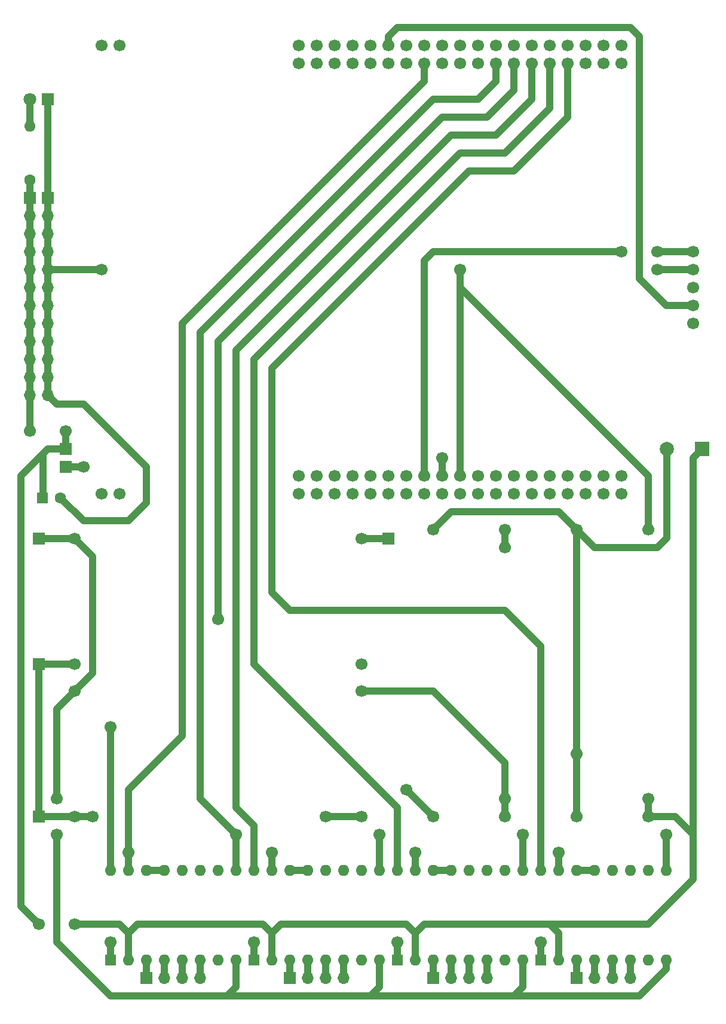
<source format=gbr>
%TF.GenerationSoftware,KiCad,Pcbnew,7.0.10*%
%TF.CreationDate,2024-04-17T19:16:43-04:00*%
%TF.ProjectId,ping_pong,70696e67-5f70-46f6-9e67-2e6b69636164,rev?*%
%TF.SameCoordinates,Original*%
%TF.FileFunction,Copper,L2,Bot*%
%TF.FilePolarity,Positive*%
%FSLAX46Y46*%
G04 Gerber Fmt 4.6, Leading zero omitted, Abs format (unit mm)*
G04 Created by KiCad (PCBNEW 7.0.10) date 2024-04-17 19:16:43*
%MOMM*%
%LPD*%
G01*
G04 APERTURE LIST*
%TA.AperFunction,ComponentPad*%
%ADD10C,1.700000*%
%TD*%
%TA.AperFunction,ComponentPad*%
%ADD11R,1.600000X1.600000*%
%TD*%
%TA.AperFunction,ComponentPad*%
%ADD12O,1.600000X1.600000*%
%TD*%
%TA.AperFunction,ComponentPad*%
%ADD13R,1.700000X1.700000*%
%TD*%
%TA.AperFunction,ComponentPad*%
%ADD14R,1.800000X1.800000*%
%TD*%
%TA.AperFunction,ComponentPad*%
%ADD15C,1.800000*%
%TD*%
%TA.AperFunction,ComponentPad*%
%ADD16O,1.700000X1.700000*%
%TD*%
%TA.AperFunction,ComponentPad*%
%ADD17C,1.600000*%
%TD*%
%TA.AperFunction,ComponentPad*%
%ADD18R,2.000000X2.000000*%
%TD*%
%TA.AperFunction,ComponentPad*%
%ADD19C,2.000000*%
%TD*%
%TA.AperFunction,ViaPad*%
%ADD20C,1.700000*%
%TD*%
%TA.AperFunction,Conductor*%
%ADD21C,1.000000*%
%TD*%
G04 APERTURE END LIST*
D10*
%TO.P,U101,1,IN+*%
%TO.N,12V*%
X8890000Y-74930000D03*
%TO.P,U101,2,IN-*%
%TO.N,GND*%
X8890000Y-92710000D03*
%TO.P,U101,3,OUT+*%
%TO.N,6V*%
X49530000Y-74930000D03*
%TO.P,U101,4,OUT-*%
%TO.N,unconnected-(U101-OUT--Pad4)*%
X49530000Y-92710000D03*
%TD*%
D11*
%TO.P,A102,1,GND*%
%TO.N,12V_GND*%
X34290000Y-134620000D03*
D12*
%TO.P,A102,2,VDD*%
%TO.N,5V*%
X36830000Y-134620000D03*
%TO.P,A102,3,1B*%
%TO.N,Net-(A102-1B)*%
X39370000Y-134620000D03*
%TO.P,A102,4,1A*%
%TO.N,Net-(A102-1A)*%
X41910000Y-134620000D03*
%TO.P,A102,5,2A*%
%TO.N,Net-(A102-2A)*%
X44450000Y-134620000D03*
%TO.P,A102,6,2B*%
%TO.N,Net-(A102-2B)*%
X46990000Y-134620000D03*
%TO.P,A102,7,GND*%
%TO.N,unconnected-(A102-GND-Pad7)*%
X49530000Y-134620000D03*
%TO.P,A102,8,VMOT*%
%TO.N,12V*%
X52070000Y-134620000D03*
%TO.P,A102,9,~{ENABLE}*%
%TO.N,ENABLE*%
X52070000Y-121920000D03*
%TO.P,A102,10,MS1*%
%TO.N,unconnected-(A102-MS1-Pad10)*%
X49530000Y-121920000D03*
%TO.P,A102,11,MS2*%
%TO.N,unconnected-(A102-MS2-Pad11)*%
X46990000Y-121920000D03*
%TO.P,A102,12,MS3*%
%TO.N,unconnected-(A102-MS3-Pad12)*%
X44450000Y-121920000D03*
%TO.P,A102,13,~{RESET}*%
%TO.N,Net-(A102-~{RESET})*%
X41910000Y-121920000D03*
%TO.P,A102,14,~{SLEEP}*%
X39370000Y-121920000D03*
%TO.P,A102,15,STEP*%
%TO.N,STEP*%
X36830000Y-121920000D03*
%TO.P,A102,16,DIR*%
%TO.N,DIR2*%
X34290000Y-121920000D03*
%TD*%
D11*
%TO.P,A103,1,GND*%
%TO.N,12V_GND*%
X54610000Y-134620000D03*
D12*
%TO.P,A103,2,VDD*%
%TO.N,5V*%
X57150000Y-134620000D03*
%TO.P,A103,3,1B*%
%TO.N,Net-(A103-1B)*%
X59690000Y-134620000D03*
%TO.P,A103,4,1A*%
%TO.N,Net-(A103-1A)*%
X62230000Y-134620000D03*
%TO.P,A103,5,2A*%
%TO.N,Net-(A103-2A)*%
X64770000Y-134620000D03*
%TO.P,A103,6,2B*%
%TO.N,Net-(A103-2B)*%
X67310000Y-134620000D03*
%TO.P,A103,7,GND*%
%TO.N,unconnected-(A103-GND-Pad7)*%
X69850000Y-134620000D03*
%TO.P,A103,8,VMOT*%
%TO.N,12V*%
X72390000Y-134620000D03*
%TO.P,A103,9,~{ENABLE}*%
%TO.N,ENABLE*%
X72390000Y-121920000D03*
%TO.P,A103,10,MS1*%
%TO.N,unconnected-(A103-MS1-Pad10)*%
X69850000Y-121920000D03*
%TO.P,A103,11,MS2*%
%TO.N,unconnected-(A103-MS2-Pad11)*%
X67310000Y-121920000D03*
%TO.P,A103,12,MS3*%
%TO.N,unconnected-(A103-MS3-Pad12)*%
X64770000Y-121920000D03*
%TO.P,A103,13,~{RESET}*%
%TO.N,Net-(A103-~{RESET})*%
X62230000Y-121920000D03*
%TO.P,A103,14,~{SLEEP}*%
X59690000Y-121920000D03*
%TO.P,A103,15,STEP*%
%TO.N,STEP*%
X57150000Y-121920000D03*
%TO.P,A103,16,DIR*%
%TO.N,DIR3*%
X54610000Y-121920000D03*
%TD*%
D13*
%TO.P,J106,1,Pin_1*%
%TO.N,5V*%
X7620000Y-62230000D03*
%TD*%
D14*
%TO.P,D101,1,K*%
%TO.N,5V_GND*%
X5080000Y-12700000D03*
D15*
%TO.P,D101,2,A*%
%TO.N,Net-(D101-A)*%
X2540000Y-12700000D03*
%TD*%
D10*
%TO.P,U102,1,5V+*%
%TO.N,5V*%
X69850000Y-114300000D03*
%TO.P,U102,2,5V-*%
%TO.N,GND*%
X59690000Y-114300000D03*
%TO.P,U102,3,Am+*%
%TO.N,12V_GND*%
X69850000Y-73660000D03*
%TO.P,U102,4,Am-*%
%TO.N,GND*%
X59690000Y-73660000D03*
%TD*%
D13*
%TO.P,J115,1,Pin_1*%
%TO.N,Net-(A103-1B)*%
X59690000Y-137170000D03*
D16*
%TO.P,J115,2,Pin_2*%
%TO.N,Net-(A103-1A)*%
X62230000Y-137170000D03*
%TO.P,J115,3,Pin_3*%
%TO.N,Net-(A103-2A)*%
X64770000Y-137170000D03*
%TO.P,J115,4,Pin_4*%
%TO.N,Net-(A103-2B)*%
X67310000Y-137170000D03*
%TD*%
D17*
%TO.P,R101,1*%
%TO.N,5V*%
X2540000Y-24130000D03*
D12*
%TO.P,R101,2*%
%TO.N,Net-(D101-A)*%
X2540000Y-16510000D03*
%TD*%
D11*
%TO.P,A101,1,GND*%
%TO.N,12V_GND*%
X13970000Y-134620000D03*
D12*
%TO.P,A101,2,VDD*%
%TO.N,5V*%
X16510000Y-134620000D03*
%TO.P,A101,3,1B*%
%TO.N,Net-(A101-1B)*%
X19050000Y-134620000D03*
%TO.P,A101,4,1A*%
%TO.N,Net-(A101-1A)*%
X21590000Y-134620000D03*
%TO.P,A101,5,2A*%
%TO.N,Net-(A101-2A)*%
X24130000Y-134620000D03*
%TO.P,A101,6,2B*%
%TO.N,Net-(A101-2B)*%
X26670000Y-134620000D03*
%TO.P,A101,7,GND*%
%TO.N,unconnected-(A101-GND-Pad7)*%
X29210000Y-134620000D03*
%TO.P,A101,8,VMOT*%
%TO.N,12V*%
X31750000Y-134620000D03*
%TO.P,A101,9,~{ENABLE}*%
%TO.N,ENABLE*%
X31750000Y-121920000D03*
%TO.P,A101,10,MS1*%
%TO.N,unconnected-(A101-MS1-Pad10)*%
X29210000Y-121920000D03*
%TO.P,A101,11,MS2*%
%TO.N,unconnected-(A101-MS2-Pad11)*%
X26670000Y-121920000D03*
%TO.P,A101,12,MS3*%
%TO.N,unconnected-(A101-MS3-Pad12)*%
X24130000Y-121920000D03*
%TO.P,A101,13,~{RESET}*%
%TO.N,Net-(A101-~{RESET})*%
X21590000Y-121920000D03*
%TO.P,A101,14,~{SLEEP}*%
X19050000Y-121920000D03*
%TO.P,A101,15,STEP*%
%TO.N,STEP*%
X16510000Y-121920000D03*
%TO.P,A101,16,DIR*%
%TO.N,DIR1*%
X13970000Y-121920000D03*
%TD*%
D10*
%TO.P,U106,1,IN+*%
%TO.N,12V*%
X8890000Y-96520000D03*
%TO.P,U106,2,IN-*%
%TO.N,GND*%
X8890000Y-114300000D03*
%TO.P,U106,3,OUT+*%
%TO.N,5V*%
X49530000Y-96520000D03*
%TO.P,U106,4,OUT-*%
%TO.N,GND*%
X49530000Y-114300000D03*
%TD*%
D13*
%TO.P,J119,1,Pin_1*%
%TO.N,Net-(A104-1B)*%
X80010000Y-137170000D03*
D16*
%TO.P,J119,2,Pin_2*%
%TO.N,Net-(A104-1A)*%
X82550000Y-137170000D03*
%TO.P,J119,3,Pin_3*%
%TO.N,Net-(A104-2A)*%
X85090000Y-137170000D03*
%TO.P,J119,4,Pin_4*%
%TO.N,Net-(A104-2B)*%
X87630000Y-137170000D03*
%TD*%
D13*
%TO.P,J101,1,Pin_1*%
%TO.N,Net-(J101-Pin_1)*%
X7620000Y-64770000D03*
%TD*%
D10*
%TO.P,U107,1,PC_10*%
%TO.N,unconnected-(U107-PC_10-Pad1)*%
X40640000Y-68580000D03*
%TO.P,U107,2,PC_12*%
%TO.N,unconnected-(U107-PC_12-Pad2)*%
X43180000Y-68580000D03*
%TO.P,U107,3,VDD*%
%TO.N,unconnected-(U107-VDD-Pad3)*%
X45720000Y-68580000D03*
%TO.P,U107,4,BOOT0*%
%TO.N,unconnected-(U107-BOOT0-Pad4)*%
X48260000Y-68580000D03*
%TO.P,U107,5,NC*%
%TO.N,unconnected-(U107-NC-Pad5)*%
X50800000Y-68580000D03*
%TO.P,U107,6,NC*%
%TO.N,unconnected-(U107-NC-Pad6)*%
X53340000Y-68580000D03*
%TO.P,U107,7,PA_13*%
%TO.N,unconnected-(U107-PA_13-Pad7)*%
X55880000Y-68580000D03*
%TO.P,U107,8,PA_14*%
%TO.N,unconnected-(U107-PA_14-Pad8)*%
X58420000Y-68580000D03*
%TO.P,U107,9,PA_15*%
%TO.N,unconnected-(U107-PA_15-Pad9)*%
X60960000Y-68580000D03*
%TO.P,U107,10,GND*%
%TO.N,unconnected-(U107-GND-Pad10)*%
X63500000Y-68580000D03*
%TO.P,U107,11,PB_7*%
%TO.N,unconnected-(U107-PB_7-Pad11)*%
X66040000Y-68580000D03*
%TO.P,U107,12,PC_13*%
%TO.N,unconnected-(U107-PC_13-Pad12)*%
X68580000Y-68580000D03*
%TO.P,U107,13,PC_14*%
%TO.N,unconnected-(U107-PC_14-Pad13)*%
X71120000Y-68580000D03*
%TO.P,U107,14,PC_15*%
%TO.N,unconnected-(U107-PC_15-Pad14)*%
X73660000Y-68580000D03*
%TO.P,U107,15,PH_0*%
%TO.N,unconnected-(U107-PH_0-Pad15)*%
X76200000Y-68580000D03*
%TO.P,U107,16,PH_1*%
%TO.N,unconnected-(U107-PH_1-Pad16)*%
X78740000Y-68580000D03*
%TO.P,U107,17,VBAT*%
%TO.N,unconnected-(U107-VBAT-Pad17)*%
X81280000Y-68580000D03*
%TO.P,U107,18,PC_2*%
%TO.N,unconnected-(U107-PC_2-Pad18)*%
X83820000Y-68580000D03*
%TO.P,U107,19,PC_3*%
%TO.N,unconnected-(U107-PC_3-Pad19)*%
X86360000Y-68580000D03*
%TO.P,U107,20,PC_11*%
%TO.N,unconnected-(U107-PC_11-Pad20)*%
X40640000Y-66040000D03*
%TO.P,U107,21,PD_2*%
%TO.N,unconnected-(U107-PD_2-Pad21)*%
X43180000Y-66040000D03*
%TO.P,U107,22,E5V*%
%TO.N,unconnected-(U107-E5V-Pad22)*%
X45720000Y-66040000D03*
%TO.P,U107,23,GND*%
%TO.N,unconnected-(U107-GND-Pad23)*%
X48260000Y-66040000D03*
%TO.P,U107,24,NC*%
%TO.N,unconnected-(U107-NC-Pad24)*%
X50800000Y-66040000D03*
%TO.P,U107,25,IOREF*%
%TO.N,unconnected-(U107-IOREF-Pad25)*%
X53340000Y-66040000D03*
%TO.P,U107,26,RESET*%
%TO.N,unconnected-(U107-RESET-Pad26)*%
X55880000Y-66040000D03*
%TO.P,U107,27,3V3*%
%TO.N,3V3*%
X58420000Y-66040000D03*
%TO.P,U107,28,5V*%
%TO.N,Net-(J101-Pin_1)*%
X60960000Y-66040000D03*
%TO.P,U107,29,GND*%
%TO.N,5V_GND*%
X63500000Y-66040000D03*
%TO.P,U107,30,GND*%
%TO.N,unconnected-(U107-GND-Pad30)*%
X66040000Y-66040000D03*
%TO.P,U107,31,VIN*%
%TO.N,unconnected-(U107-VIN-Pad31)*%
X68580000Y-66040000D03*
%TO.P,U107,32,NC*%
%TO.N,unconnected-(U107-NC-Pad32)*%
X71120000Y-66040000D03*
%TO.P,U107,33,PA_0(A0)*%
%TO.N,unconnected-(U107-PA_0(A0)-Pad33)*%
X73660000Y-66040000D03*
%TO.P,U107,34,PA_1(A1)*%
%TO.N,unconnected-(U107-PA_1(A1)-Pad34)*%
X76200000Y-66040000D03*
%TO.P,U107,35,PA_4(A2)*%
%TO.N,unconnected-(U107-PA_4(A2)-Pad35)*%
X78740000Y-66040000D03*
%TO.P,U107,36,PB_0(A3)*%
%TO.N,unconnected-(U107-PB_0(A3)-Pad36)*%
X81280000Y-66040000D03*
%TO.P,U107,37,PC_1(A4)*%
%TO.N,unconnected-(U107-PC_1(A4)-Pad37)*%
X83820000Y-66040000D03*
%TO.P,U107,38,PC_0(A6)*%
%TO.N,unconnected-(U107-PC_0(A6)-Pad38)*%
X86360000Y-66040000D03*
%TO.P,U107,39,PC_8*%
%TO.N,unconnected-(U107-PC_8-Pad39)*%
X40640000Y-5080000D03*
%TO.P,U107,40,PC_6*%
%TO.N,unconnected-(U107-PC_6-Pad40)*%
X43180000Y-5080000D03*
%TO.P,U107,41,PC5*%
%TO.N,unconnected-(U107-PC5-Pad41)*%
X45720000Y-5080000D03*
%TO.P,U107,42,U5V*%
%TO.N,unconnected-(U107-U5V-Pad42)*%
X48260000Y-5080000D03*
%TO.P,U107,43,NC*%
%TO.N,unconnected-(U107-NC-Pad43)*%
X50800000Y-5080000D03*
%TO.P,U107,44,PA_12*%
%TO.N,RX*%
X53340000Y-5080000D03*
%TO.P,U107,45,PA_11*%
%TO.N,unconnected-(U107-PA_11-Pad45)*%
X55880000Y-5080000D03*
%TO.P,U107,46,PB_12*%
%TO.N,unconnected-(U107-PB_12-Pad46)*%
X58420000Y-5080000D03*
%TO.P,U107,47,NC*%
%TO.N,unconnected-(U107-NC-Pad47)*%
X60960000Y-5080000D03*
%TO.P,U107,48,GND*%
%TO.N,unconnected-(U107-GND-Pad48)*%
X63500000Y-5080000D03*
%TO.P,U107,49,PB_2*%
%TO.N,unconnected-(U107-PB_2-Pad49)*%
X66040000Y-5080000D03*
%TO.P,U107,50,PB_1*%
%TO.N,unconnected-(U107-PB_1-Pad50)*%
X68580000Y-5080000D03*
%TO.P,U107,51,PB_15*%
%TO.N,unconnected-(U107-PB_15-Pad51)*%
X71120000Y-5080000D03*
%TO.P,U107,52,PB_14*%
%TO.N,unconnected-(U107-PB_14-Pad52)*%
X73660000Y-5080000D03*
%TO.P,U107,53,PB_13*%
%TO.N,unconnected-(U107-PB_13-Pad53)*%
X76200000Y-5080000D03*
%TO.P,U107,54,AGND*%
%TO.N,unconnected-(U107-AGND-Pad54)*%
X78740000Y-5080000D03*
%TO.P,U107,55,PC_4*%
%TO.N,unconnected-(U107-PC_4-Pad55)*%
X81280000Y-5080000D03*
%TO.P,U107,56,NC*%
%TO.N,unconnected-(U107-NC-Pad56)*%
X83820000Y-5080000D03*
%TO.P,U107,57,NC*%
%TO.N,unconnected-(U107-NC-Pad57)*%
X86360000Y-5080000D03*
%TO.P,U107,58,PC_9*%
%TO.N,unconnected-(U107-PC_9-Pad58)*%
X40640000Y-7620000D03*
%TO.P,U107,59,PB_8(D15)*%
%TO.N,unconnected-(U107-PB_8(D15)-Pad59)*%
X43180000Y-7620000D03*
%TO.P,U107,60,PB_9(D14)*%
%TO.N,unconnected-(U107-PB_9(D14)-Pad60)*%
X45720000Y-7620000D03*
%TO.P,U107,61,AVDD*%
%TO.N,unconnected-(U107-AVDD-Pad61)*%
X48260000Y-7620000D03*
%TO.P,U107,62,GND*%
%TO.N,unconnected-(U107-GND-Pad62)*%
X50800000Y-7620000D03*
%TO.P,U107,63,PA_5(D13)*%
%TO.N,unconnected-(U107-PA_5(D13)-Pad63)*%
X53340000Y-7620000D03*
%TO.P,U107,64,PA_6(D12)*%
%TO.N,unconnected-(U107-PA_6(D12)-Pad64)*%
X55880000Y-7620000D03*
%TO.P,U107,65,PA_7(D11)*%
%TO.N,STEP*%
X58420000Y-7620000D03*
%TO.P,U107,66,PB_6(D10)*%
%TO.N,unconnected-(U107-PB_6(D10)-Pad66)*%
X60960000Y-7620000D03*
%TO.P,U107,67,PC_7(D9)*%
%TO.N,unconnected-(U107-PC_7(D9)-Pad67)*%
X63500000Y-7620000D03*
%TO.P,U107,68,PA_9(D8)*%
%TO.N,unconnected-(U107-PA_9(D8)-Pad68)*%
X66040000Y-7620000D03*
%TO.P,U107,69,PA_8(D7)*%
%TO.N,ENABLE*%
X68580000Y-7620000D03*
%TO.P,U107,70,PB_10(D6)*%
%TO.N,DIR1*%
X71120000Y-7620000D03*
%TO.P,U107,71,PB_4(D5)*%
%TO.N,DIR2*%
X73660000Y-7620000D03*
%TO.P,U107,72,PB_5(D4)*%
%TO.N,DIR3*%
X76200000Y-7620000D03*
%TO.P,U107,73,PB_3(D3)*%
%TO.N,DIR4*%
X78740000Y-7620000D03*
%TO.P,U107,74,PA_10(D2)*%
%TO.N,unconnected-(U107-PA_10(D2)-Pad74)*%
X81280000Y-7620000D03*
%TO.P,U107,75,PA_2(D1)*%
%TO.N,unconnected-(U107-PA_2(D1)-Pad75)*%
X83820000Y-7620000D03*
%TO.P,U107,76,PA_3(D0)*%
%TO.N,unconnected-(U107-PA_3(D0)-Pad76)*%
X86360000Y-7620000D03*
%TO.P,U107,77,NC*%
%TO.N,unconnected-(U107-NC-Pad77)*%
X15240000Y-68580000D03*
%TO.P,U107,78,NC*%
%TO.N,unconnected-(U107-NC-Pad78)*%
X12700000Y-68580000D03*
%TO.P,U107,79,NC*%
%TO.N,unconnected-(U107-NC-Pad79)*%
X15240000Y-5080000D03*
%TO.P,U107,80,NC*%
%TO.N,unconnected-(U107-NC-Pad80)*%
X12700000Y-5080000D03*
%TD*%
%TO.P,U103,1,5V+*%
%TO.N,5V*%
X90170000Y-114300000D03*
%TO.P,U103,2,5V-*%
%TO.N,GND*%
X80010000Y-114300000D03*
%TO.P,U103,3,Am+*%
%TO.N,5V_GND*%
X90170000Y-73660000D03*
%TO.P,U103,4,Am-*%
%TO.N,GND*%
X80010000Y-73660000D03*
%TD*%
D11*
%TO.P,C102,1*%
%TO.N,5V*%
X4350000Y-69120000D03*
D17*
%TO.P,C102,2*%
%TO.N,5V_GND*%
X6850000Y-69120000D03*
%TD*%
D13*
%TO.P,J104,1,Pin_1*%
%TO.N,Net-(A101-1B)*%
X19060000Y-137145000D03*
D16*
%TO.P,J104,2,Pin_2*%
%TO.N,Net-(A101-1A)*%
X21600000Y-137145000D03*
%TO.P,J104,3,Pin_3*%
%TO.N,Net-(A101-2A)*%
X24140000Y-137145000D03*
%TO.P,J104,4,Pin_4*%
%TO.N,Net-(A101-2B)*%
X26680000Y-137145000D03*
%TD*%
D13*
%TO.P,J130,1,Pin_1*%
%TO.N,GND*%
X3810000Y-114300000D03*
%TD*%
%TO.P,J107,1,Pin_1*%
%TO.N,5V_GND*%
X5080000Y-26670000D03*
D16*
%TO.P,J107,2,Pin_2*%
X5080000Y-29210000D03*
%TO.P,J107,3,Pin_3*%
X5080000Y-31750000D03*
%TO.P,J107,4,Pin_4*%
X5080000Y-34290000D03*
%TO.P,J107,5,Pin_5*%
X5080000Y-36830000D03*
%TO.P,J107,6,Pin_6*%
X5080000Y-39370000D03*
%TO.P,J107,7,Pin_7*%
X5080000Y-41910000D03*
%TO.P,J107,8,Pin_8*%
X5080000Y-44450000D03*
%TO.P,J107,9,Pin_9*%
X5080000Y-46990000D03*
%TO.P,J107,10,Pin_10*%
X5080000Y-49530000D03*
%TO.P,J107,11,Pin_11*%
X5080000Y-52070000D03*
%TO.P,J107,12,Pin_12*%
X5080000Y-54610000D03*
%TD*%
D10*
%TO.P,U108,1,RST*%
%TO.N,unconnected-(U108-RST-Pad1)*%
X96520000Y-44450000D03*
%TO.P,U108,2,RX*%
%TO.N,RX*%
X96520000Y-41910000D03*
%TO.P,U108,3,TX*%
%TO.N,unconnected-(U108-TX-Pad3)*%
X96520000Y-39370000D03*
%TO.P,U108,4,GND*%
%TO.N,5V_GND*%
X96520000Y-36830000D03*
%TO.P,U108,5,5V*%
%TO.N,3V3*%
X96520000Y-34290000D03*
%TD*%
D13*
%TO.P,J111,1,Pin_1*%
%TO.N,Net-(A102-1B)*%
X39370000Y-137170000D03*
D16*
%TO.P,J111,2,Pin_2*%
%TO.N,Net-(A102-1A)*%
X41910000Y-137170000D03*
%TO.P,J111,3,Pin_3*%
%TO.N,Net-(A102-2A)*%
X44450000Y-137170000D03*
%TO.P,J111,4,Pin_4*%
%TO.N,Net-(A102-2B)*%
X46990000Y-137170000D03*
%TD*%
D11*
%TO.P,A104,1,GND*%
%TO.N,12V_GND*%
X74930000Y-134620000D03*
D12*
%TO.P,A104,2,VDD*%
%TO.N,5V*%
X77470000Y-134620000D03*
%TO.P,A104,3,1B*%
%TO.N,Net-(A104-1B)*%
X80010000Y-134620000D03*
%TO.P,A104,4,1A*%
%TO.N,Net-(A104-1A)*%
X82550000Y-134620000D03*
%TO.P,A104,5,2A*%
%TO.N,Net-(A104-2A)*%
X85090000Y-134620000D03*
%TO.P,A104,6,2B*%
%TO.N,Net-(A104-2B)*%
X87630000Y-134620000D03*
%TO.P,A104,7,GND*%
%TO.N,unconnected-(A104-GND-Pad7)*%
X90170000Y-134620000D03*
%TO.P,A104,8,VMOT*%
%TO.N,12V*%
X92710000Y-134620000D03*
%TO.P,A104,9,~{ENABLE}*%
%TO.N,ENABLE*%
X92710000Y-121920000D03*
%TO.P,A104,10,MS1*%
%TO.N,unconnected-(A104-MS1-Pad10)*%
X90170000Y-121920000D03*
%TO.P,A104,11,MS2*%
%TO.N,unconnected-(A104-MS2-Pad11)*%
X87630000Y-121920000D03*
%TO.P,A104,12,MS3*%
%TO.N,unconnected-(A104-MS3-Pad12)*%
X85090000Y-121920000D03*
%TO.P,A104,13,~{RESET}*%
%TO.N,Net-(A104-~{RESET})*%
X82550000Y-121920000D03*
%TO.P,A104,14,~{SLEEP}*%
X80010000Y-121920000D03*
%TO.P,A104,15,STEP*%
%TO.N,STEP*%
X77470000Y-121920000D03*
%TO.P,A104,16,DIR*%
%TO.N,DIR4*%
X74930000Y-121920000D03*
%TD*%
D13*
%TO.P,J103,1,Pin_1*%
%TO.N,GND*%
X3810000Y-92710000D03*
%TD*%
%TO.P,J105,1,Pin_1*%
%TO.N,5V*%
X2540000Y-26670000D03*
D16*
%TO.P,J105,2,Pin_2*%
X2540000Y-29210000D03*
%TO.P,J105,3,Pin_3*%
X2540000Y-31750000D03*
%TO.P,J105,4,Pin_4*%
X2540000Y-34290000D03*
%TO.P,J105,5,Pin_5*%
X2540000Y-36830000D03*
%TO.P,J105,6,Pin_6*%
X2540000Y-39370000D03*
%TO.P,J105,7,Pin_7*%
X2540000Y-41910000D03*
%TO.P,J105,8,Pin_8*%
X2540000Y-44450000D03*
%TO.P,J105,9,Pin_9*%
X2540000Y-46990000D03*
%TO.P,J105,10,Pin_10*%
X2540000Y-49530000D03*
%TO.P,J105,11,Pin_11*%
X2540000Y-52070000D03*
%TO.P,J105,12,Pin_12*%
X2540000Y-54610000D03*
%TD*%
D18*
%TO.P,C101,1*%
%TO.N,5V*%
X97790000Y-62230000D03*
D19*
%TO.P,C101,2*%
%TO.N,GND*%
X92790000Y-62230000D03*
%TD*%
D13*
%TO.P,J120,1,Pin_1*%
%TO.N,6V*%
X53340000Y-74930000D03*
%TD*%
%TO.P,J102,1,Pin_1*%
%TO.N,12V*%
X3810000Y-74930000D03*
%TD*%
D20*
%TO.N,5V*%
X3810000Y-129540000D03*
X8890000Y-129540000D03*
%TO.N,12V_GND*%
X13970000Y-132080000D03*
X34290000Y-132080000D03*
X54610000Y-132080000D03*
X74930000Y-132080000D03*
%TO.N,STEP*%
X16510000Y-119380000D03*
X36830000Y-119380000D03*
X57150000Y-119380000D03*
X77470000Y-119380000D03*
%TO.N,12V*%
X6350000Y-116840000D03*
%TO.N,ENABLE*%
X31750000Y-116840000D03*
X52070000Y-116840000D03*
X72390000Y-116840000D03*
X92710000Y-116840000D03*
%TO.N,GND*%
X80010000Y-105410000D03*
X44450000Y-114300000D03*
X55880000Y-110490000D03*
%TO.N,5V*%
X69850000Y-111760000D03*
X90170000Y-111760000D03*
%TO.N,12V*%
X6350000Y-111760000D03*
%TO.N,GND*%
X11430000Y-114300000D03*
%TO.N,DIR1*%
X13970000Y-101600000D03*
X29210000Y-86360000D03*
%TO.N,12V_GND*%
X69850000Y-76200000D03*
%TO.N,Net-(J101-Pin_1)*%
X60960000Y-63500000D03*
X10160000Y-64770000D03*
%TO.N,5V*%
X7620000Y-59690000D03*
X2540000Y-59690000D03*
%TO.N,5V_GND*%
X63500000Y-36830000D03*
X91440000Y-36830000D03*
%TO.N,3V3*%
X91440000Y-34290000D03*
X86360000Y-34290000D03*
%TO.N,5V_GND*%
X12700000Y-36830000D03*
%TD*%
D21*
%TO.N,GND*%
X8890000Y-114300000D02*
X11430000Y-114300000D01*
X91440000Y-76200000D02*
X82550000Y-76200000D01*
X80010000Y-73660000D02*
X77470000Y-71120000D01*
X8890000Y-114300000D02*
X3810000Y-114300000D01*
X44450000Y-114300000D02*
X49530000Y-114300000D01*
X82550000Y-76200000D02*
X80010000Y-73660000D01*
X8890000Y-92710000D02*
X3810000Y-92710000D01*
X92790000Y-74850000D02*
X91440000Y-76200000D01*
X92790000Y-62230000D02*
X92790000Y-74850000D01*
X62230000Y-71120000D02*
X59690000Y-73660000D01*
X80010000Y-73660000D02*
X80010000Y-114300000D01*
X3810000Y-92710000D02*
X3810000Y-114300000D01*
X77470000Y-71120000D02*
X62230000Y-71120000D01*
X55880000Y-110490000D02*
X59690000Y-114300000D01*
%TO.N,5V*%
X36830000Y-130810000D02*
X36830000Y-134620000D01*
X4445000Y-62865000D02*
X1270000Y-66040000D01*
X96520000Y-123190000D02*
X96520000Y-116840000D01*
X69850000Y-106680000D02*
X59690000Y-96520000D01*
X4445000Y-69025000D02*
X4445000Y-62865000D01*
X93980000Y-114300000D02*
X90170000Y-114300000D01*
X15240000Y-129540000D02*
X8890000Y-129540000D01*
X69850000Y-114300000D02*
X69850000Y-111760000D01*
X35560000Y-129540000D02*
X36830000Y-130810000D01*
X36830000Y-130810000D02*
X38100000Y-129540000D01*
X5080000Y-62230000D02*
X4445000Y-62865000D01*
X77470000Y-130810000D02*
X77470000Y-134620000D01*
X2540000Y-24130000D02*
X2540000Y-59690000D01*
X90170000Y-114300000D02*
X90170000Y-111760000D01*
X96520000Y-63500000D02*
X97790000Y-62230000D01*
X38100000Y-129540000D02*
X55880000Y-129540000D01*
X96520000Y-116840000D02*
X93980000Y-114300000D01*
X76200000Y-129540000D02*
X90170000Y-129540000D01*
X16510000Y-134620000D02*
X16510000Y-130810000D01*
X17780000Y-129540000D02*
X35560000Y-129540000D01*
X96520000Y-116840000D02*
X96520000Y-63500000D01*
X57150000Y-130810000D02*
X57150000Y-134620000D01*
X16510000Y-130810000D02*
X17780000Y-129540000D01*
X76200000Y-129540000D02*
X77470000Y-130810000D01*
X16510000Y-130810000D02*
X15240000Y-129540000D01*
X69850000Y-111760000D02*
X69850000Y-106680000D01*
X90170000Y-129540000D02*
X96520000Y-123190000D01*
X3810000Y-129540000D02*
X1270000Y-127000000D01*
X7620000Y-62230000D02*
X5080000Y-62230000D01*
X55880000Y-129540000D02*
X57150000Y-130810000D01*
X1270000Y-66040000D02*
X1270000Y-127000000D01*
X57150000Y-130810000D02*
X58420000Y-129540000D01*
X59690000Y-96520000D02*
X49530000Y-96520000D01*
X7620000Y-59690000D02*
X7620000Y-62230000D01*
X4350000Y-69120000D02*
X4445000Y-69025000D01*
X58420000Y-129540000D02*
X76200000Y-129540000D01*
%TO.N,Net-(A101-1B)*%
X19050000Y-137135000D02*
X19060000Y-137145000D01*
X19050000Y-134620000D02*
X19050000Y-137135000D01*
%TO.N,Net-(A101-1A)*%
X21590000Y-134620000D02*
X21590000Y-137135000D01*
X21590000Y-137135000D02*
X21600000Y-137145000D01*
%TO.N,Net-(A101-2A)*%
X24130000Y-134620000D02*
X24130000Y-137135000D01*
X24130000Y-137135000D02*
X24140000Y-137145000D01*
%TO.N,Net-(A101-2B)*%
X26670000Y-137135000D02*
X26680000Y-137145000D01*
X26670000Y-134620000D02*
X26670000Y-137135000D01*
%TO.N,12V*%
X88900000Y-139700000D02*
X71120000Y-139700000D01*
X50800000Y-139700000D02*
X52070000Y-138430000D01*
X8890000Y-74930000D02*
X11430000Y-77470000D01*
X30480000Y-139700000D02*
X31750000Y-138430000D01*
X92710000Y-135890000D02*
X88900000Y-139700000D01*
X30480000Y-139700000D02*
X13970000Y-139700000D01*
X6350000Y-132080000D02*
X6350000Y-116840000D01*
X72390000Y-138430000D02*
X72390000Y-134620000D01*
X50800000Y-139700000D02*
X30480000Y-139700000D01*
X6350000Y-99060000D02*
X6350000Y-111760000D01*
X13970000Y-139700000D02*
X8890000Y-134620000D01*
X8890000Y-96520000D02*
X6350000Y-99060000D01*
X71120000Y-139700000D02*
X50800000Y-139700000D01*
X8890000Y-74930000D02*
X3810000Y-74930000D01*
X11430000Y-93980000D02*
X8890000Y-96520000D01*
X11430000Y-77470000D02*
X11430000Y-93980000D01*
X71120000Y-139700000D02*
X72390000Y-138430000D01*
X52070000Y-138430000D02*
X52070000Y-134620000D01*
X8890000Y-134620000D02*
X6350000Y-132080000D01*
X31750000Y-138430000D02*
X31750000Y-134620000D01*
X92710000Y-134620000D02*
X92710000Y-135890000D01*
%TO.N,ENABLE*%
X31750000Y-116840000D02*
X26670000Y-111760000D01*
X68580000Y-10160000D02*
X66040000Y-12700000D01*
X26670000Y-45720000D02*
X26670000Y-111760000D01*
X68580000Y-7620000D02*
X68580000Y-10160000D01*
X72390000Y-121920000D02*
X72390000Y-116840000D01*
X92710000Y-121920000D02*
X92710000Y-116840000D01*
X26670000Y-45720000D02*
X59690000Y-12700000D01*
X59690000Y-12700000D02*
X66040000Y-12700000D01*
X31750000Y-121920000D02*
X31750000Y-116840000D01*
X52070000Y-121920000D02*
X52070000Y-116840000D01*
%TO.N,Net-(A101-~{RESET})*%
X19050000Y-121920000D02*
X21590000Y-121920000D01*
%TO.N,12V_GND*%
X74930000Y-134620000D02*
X74930000Y-132080000D01*
X69850000Y-73660000D02*
X69850000Y-76200000D01*
X54610000Y-134620000D02*
X54610000Y-132080000D01*
X13970000Y-134620000D02*
X13970000Y-132080000D01*
X34290000Y-134620000D02*
X34290000Y-132080000D01*
%TO.N,STEP*%
X24130000Y-44450000D02*
X24130000Y-99060000D01*
X58420000Y-10160000D02*
X24130000Y-44450000D01*
X57150000Y-121920000D02*
X57150000Y-119380000D01*
X16510000Y-121920000D02*
X16510000Y-119380000D01*
X24130000Y-99060000D02*
X24130000Y-102870000D01*
X77470000Y-121920000D02*
X77470000Y-119380000D01*
X16510000Y-110490000D02*
X16510000Y-119380000D01*
X58420000Y-7620000D02*
X58420000Y-10160000D01*
X24130000Y-102870000D02*
X16510000Y-110490000D01*
X36830000Y-121920000D02*
X36830000Y-119380000D01*
%TO.N,Net-(A102-1B)*%
X39370000Y-134620000D02*
X39370000Y-137170000D01*
%TO.N,Net-(A102-1A)*%
X41910000Y-134620000D02*
X41910000Y-137170000D01*
%TO.N,Net-(A102-2A)*%
X44450000Y-134620000D02*
X44450000Y-137170000D01*
%TO.N,Net-(A102-2B)*%
X46990000Y-134620000D02*
X46990000Y-137170000D01*
%TO.N,DIR1*%
X60960000Y-15240000D02*
X67310000Y-15240000D01*
X71120000Y-11430000D02*
X71120000Y-7620000D01*
X13970000Y-121920000D02*
X13970000Y-101600000D01*
X29210000Y-46990000D02*
X60960000Y-15240000D01*
X29210000Y-86360000D02*
X29210000Y-46990000D01*
X67310000Y-15240000D02*
X71120000Y-11430000D01*
%TO.N,Net-(A102-~{RESET})*%
X39370000Y-121920000D02*
X41910000Y-121920000D01*
%TO.N,DIR2*%
X31750000Y-48260000D02*
X31750000Y-113030000D01*
X62230000Y-17780000D02*
X31750000Y-48260000D01*
X31750000Y-113030000D02*
X34290000Y-115570000D01*
X68580000Y-17780000D02*
X62230000Y-17780000D01*
X34290000Y-115570000D02*
X34290000Y-121920000D01*
X73660000Y-12700000D02*
X68580000Y-17780000D01*
X73660000Y-7620000D02*
X73660000Y-12700000D01*
%TO.N,DIR3*%
X54610000Y-113030000D02*
X34290000Y-92710000D01*
X34290000Y-49530000D02*
X34290000Y-92710000D01*
X76200000Y-13970000D02*
X76200000Y-7620000D01*
X69850000Y-20320000D02*
X76200000Y-13970000D01*
X34290000Y-49530000D02*
X63500000Y-20320000D01*
X63500000Y-20320000D02*
X69850000Y-20320000D01*
X54610000Y-121920000D02*
X54610000Y-113030000D01*
%TO.N,Net-(A103-1B)*%
X59690000Y-137170000D02*
X59690000Y-134620000D01*
%TO.N,Net-(A103-1A)*%
X62230000Y-134620000D02*
X62230000Y-137170000D01*
%TO.N,Net-(A103-2A)*%
X64770000Y-134620000D02*
X64770000Y-137170000D01*
%TO.N,Net-(A103-2B)*%
X67310000Y-134620000D02*
X67310000Y-137170000D01*
%TO.N,Net-(A103-~{RESET})*%
X62230000Y-121920000D02*
X59690000Y-121920000D01*
%TO.N,DIR4*%
X36830000Y-50800000D02*
X64770000Y-22860000D01*
X78740000Y-15240000D02*
X78740000Y-7620000D01*
X36830000Y-82550000D02*
X36830000Y-50800000D01*
X74930000Y-90170000D02*
X69850000Y-85090000D01*
X64770000Y-22860000D02*
X71120000Y-22860000D01*
X69850000Y-85090000D02*
X39370000Y-85090000D01*
X71120000Y-22860000D02*
X78740000Y-15240000D01*
X39370000Y-85090000D02*
X36830000Y-82550000D01*
X74930000Y-121920000D02*
X74930000Y-90170000D01*
%TO.N,Net-(J101-Pin_1)*%
X60960000Y-66040000D02*
X60960000Y-63500000D01*
X7620000Y-64770000D02*
X10160000Y-64770000D01*
%TO.N,Net-(A104-1B)*%
X80010000Y-134620000D02*
X80010000Y-137170000D01*
%TO.N,Net-(A104-1A)*%
X82550000Y-134620000D02*
X82550000Y-137170000D01*
%TO.N,Net-(A104-2A)*%
X85090000Y-134620000D02*
X85090000Y-137170000D01*
%TO.N,Net-(A104-2B)*%
X87630000Y-134620000D02*
X87630000Y-137170000D01*
%TO.N,Net-(A104-~{RESET})*%
X80010000Y-121920000D02*
X82550000Y-121920000D01*
%TO.N,5V_GND*%
X90170000Y-66040000D02*
X63500000Y-39370000D01*
X63500000Y-39370000D02*
X63500000Y-36830000D01*
X10160000Y-72390000D02*
X6890000Y-69120000D01*
X5080000Y-12700000D02*
X5080000Y-54610000D01*
X6350000Y-55880000D02*
X10160000Y-55880000D01*
X6890000Y-69120000D02*
X6850000Y-69120000D01*
X90170000Y-73660000D02*
X90170000Y-66040000D01*
X19050000Y-69850000D02*
X16510000Y-72390000D01*
X91440000Y-36830000D02*
X96520000Y-36830000D01*
X5080000Y-36830000D02*
X12700000Y-36830000D01*
X5080000Y-54610000D02*
X6350000Y-55880000D01*
X19050000Y-64770000D02*
X19050000Y-69850000D01*
X16510000Y-72390000D02*
X10160000Y-72390000D01*
X10160000Y-55880000D02*
X19050000Y-64770000D01*
X63500000Y-66040000D02*
X63500000Y-39370000D01*
%TO.N,3V3*%
X59690000Y-34290000D02*
X86360000Y-34290000D01*
X58420000Y-35560000D02*
X59690000Y-34290000D01*
X58420000Y-66040000D02*
X58420000Y-35560000D01*
X91440000Y-34290000D02*
X96520000Y-34290000D01*
%TO.N,6V*%
X53340000Y-74930000D02*
X49530000Y-74930000D01*
%TO.N,RX*%
X88900000Y-38100000D02*
X92710000Y-41910000D01*
X88900000Y-3810000D02*
X88900000Y-38100000D01*
X54610000Y-2540000D02*
X87630000Y-2540000D01*
X92710000Y-41910000D02*
X96520000Y-41910000D01*
X53340000Y-5080000D02*
X53340000Y-3810000D01*
X87630000Y-2540000D02*
X88900000Y-3810000D01*
X53340000Y-3810000D02*
X54610000Y-2540000D01*
%TO.N,Net-(D101-A)*%
X2540000Y-12700000D02*
X2540000Y-16510000D01*
%TD*%
M02*

</source>
